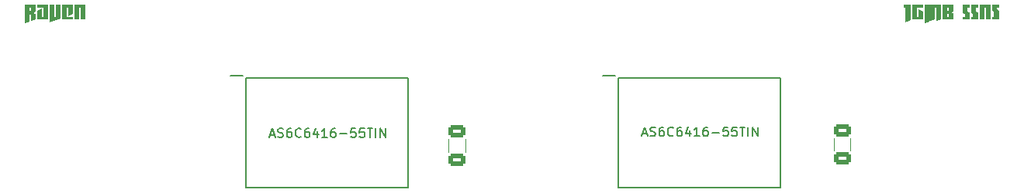
<source format=gto>
G04 #@! TF.GenerationSoftware,KiCad,Pcbnew,7.0.9*
G04 #@! TF.CreationDate,2024-01-22T22:35:46+01:00*
G04 #@! TF.ProjectId,simm72,73696d6d-3732-42e6-9b69-6361645f7063,A*
G04 #@! TF.SameCoordinates,Original*
G04 #@! TF.FileFunction,Legend,Top*
G04 #@! TF.FilePolarity,Positive*
%FSLAX46Y46*%
G04 Gerber Fmt 4.6, Leading zero omitted, Abs format (unit mm)*
G04 Created by KiCad (PCBNEW 7.0.9) date 2024-01-22 22:35:46*
%MOMM*%
%LPD*%
G01*
G04 APERTURE LIST*
G04 Aperture macros list*
%AMRoundRect*
0 Rectangle with rounded corners*
0 $1 Rounding radius*
0 $2 $3 $4 $5 $6 $7 $8 $9 X,Y pos of 4 corners*
0 Add a 4 corners polygon primitive as box body*
4,1,4,$2,$3,$4,$5,$6,$7,$8,$9,$2,$3,0*
0 Add four circle primitives for the rounded corners*
1,1,$1+$1,$2,$3*
1,1,$1+$1,$4,$5*
1,1,$1+$1,$6,$7*
1,1,$1+$1,$8,$9*
0 Add four rect primitives between the rounded corners*
20,1,$1+$1,$2,$3,$4,$5,0*
20,1,$1+$1,$4,$5,$6,$7,0*
20,1,$1+$1,$6,$7,$8,$9,0*
20,1,$1+$1,$8,$9,$2,$3,0*%
G04 Aperture macros list end*
%ADD10C,0.150000*%
%ADD11C,0.200000*%
%ADD12C,0.120000*%
%ADD13R,1.040000X2.540000*%
%ADD14R,1.300000X0.300000*%
%ADD15RoundRect,0.250000X-0.650000X0.412500X-0.650000X-0.412500X0.650000X-0.412500X0.650000X0.412500X0*%
G04 APERTURE END LIST*
D10*
G36*
X147843220Y-86173436D02*
G01*
X147843220Y-84577554D01*
X147633660Y-84577554D01*
X147633660Y-84269319D01*
X148389103Y-84269319D01*
X148389103Y-85977554D01*
X147843220Y-86173436D01*
G37*
G36*
X149734392Y-84998140D02*
G01*
X149734392Y-85895000D01*
X148562027Y-85895000D01*
X148562027Y-84269319D01*
X149738056Y-84269319D01*
X149738056Y-84577554D01*
X149065411Y-84577554D01*
X149065411Y-85586765D01*
X149230275Y-85586765D01*
X149230275Y-84773925D01*
X149734392Y-84998140D01*
G37*
G36*
X149904385Y-86313632D02*
G01*
X149904385Y-84269319D01*
X151745000Y-84269319D01*
X151745000Y-85893534D01*
X151240882Y-86061573D01*
X151240882Y-84577554D01*
X151076751Y-84577554D01*
X151076751Y-85893534D01*
X150572634Y-86061573D01*
X150572634Y-84577554D01*
X150407770Y-84577554D01*
X150407770Y-86117749D01*
X149904385Y-86313632D01*
G37*
G36*
X153090289Y-84969808D02*
G01*
X152796465Y-85082159D01*
X153090289Y-85194511D01*
X153090289Y-85895000D01*
X151917923Y-85895000D01*
X151917923Y-85222355D01*
X152421308Y-85222355D01*
X152421308Y-85586765D01*
X152586172Y-85586765D01*
X152586172Y-85278531D01*
X152421308Y-85222355D01*
X151917923Y-85222355D01*
X151917923Y-84577554D01*
X152421308Y-84577554D01*
X152421308Y-84941964D01*
X152586172Y-84885788D01*
X152586172Y-84577554D01*
X152421308Y-84577554D01*
X151917923Y-84577554D01*
X151917923Y-84269319D01*
X153090289Y-84269319D01*
X153090289Y-84969808D01*
G37*
G36*
X154601908Y-84577554D02*
G01*
X154601908Y-84998140D01*
X154853967Y-85110003D01*
X154853967Y-85895000D01*
X154088998Y-85895000D01*
X154088998Y-85586765D01*
X154308084Y-85586765D01*
X154308084Y-85250198D01*
X154098524Y-85138335D01*
X154098524Y-84269319D01*
X154853967Y-84269319D01*
X154853967Y-84577554D01*
X154601908Y-84577554D01*
G37*
G36*
X155525146Y-84577554D02*
G01*
X155525146Y-84998140D01*
X155777205Y-85110003D01*
X155777205Y-85895000D01*
X155012236Y-85895000D01*
X155012236Y-85586765D01*
X155231322Y-85586765D01*
X155231322Y-85250198D01*
X155021762Y-85138335D01*
X155021762Y-84269319D01*
X155777205Y-84269319D01*
X155777205Y-84577554D01*
X155525146Y-84577554D01*
G37*
G36*
X157117365Y-85893534D02*
G01*
X156613248Y-85893534D01*
X156613248Y-84577554D01*
X156448384Y-84577554D01*
X156448384Y-85893534D01*
X155945000Y-85893534D01*
X155945000Y-84269319D01*
X157117365Y-84269319D01*
X157117365Y-85893534D01*
G37*
G36*
X157790743Y-84577554D02*
G01*
X157790743Y-84773925D01*
X158042801Y-84941964D01*
X158042801Y-85895000D01*
X157277833Y-85895000D01*
X157277833Y-85586765D01*
X157496919Y-85586765D01*
X157496919Y-85025983D01*
X157287358Y-84885788D01*
X157287358Y-84269319D01*
X158042801Y-84269319D01*
X158042801Y-84577554D01*
X157790743Y-84577554D01*
G37*
X119132160Y-98392104D02*
X119608350Y-98392104D01*
X119036922Y-98677819D02*
X119370255Y-97677819D01*
X119370255Y-97677819D02*
X119703588Y-98677819D01*
X119989303Y-98630200D02*
X120132160Y-98677819D01*
X120132160Y-98677819D02*
X120370255Y-98677819D01*
X120370255Y-98677819D02*
X120465493Y-98630200D01*
X120465493Y-98630200D02*
X120513112Y-98582580D01*
X120513112Y-98582580D02*
X120560731Y-98487342D01*
X120560731Y-98487342D02*
X120560731Y-98392104D01*
X120560731Y-98392104D02*
X120513112Y-98296866D01*
X120513112Y-98296866D02*
X120465493Y-98249247D01*
X120465493Y-98249247D02*
X120370255Y-98201628D01*
X120370255Y-98201628D02*
X120179779Y-98154009D01*
X120179779Y-98154009D02*
X120084541Y-98106390D01*
X120084541Y-98106390D02*
X120036922Y-98058771D01*
X120036922Y-98058771D02*
X119989303Y-97963533D01*
X119989303Y-97963533D02*
X119989303Y-97868295D01*
X119989303Y-97868295D02*
X120036922Y-97773057D01*
X120036922Y-97773057D02*
X120084541Y-97725438D01*
X120084541Y-97725438D02*
X120179779Y-97677819D01*
X120179779Y-97677819D02*
X120417874Y-97677819D01*
X120417874Y-97677819D02*
X120560731Y-97725438D01*
X121417874Y-97677819D02*
X121227398Y-97677819D01*
X121227398Y-97677819D02*
X121132160Y-97725438D01*
X121132160Y-97725438D02*
X121084541Y-97773057D01*
X121084541Y-97773057D02*
X120989303Y-97915914D01*
X120989303Y-97915914D02*
X120941684Y-98106390D01*
X120941684Y-98106390D02*
X120941684Y-98487342D01*
X120941684Y-98487342D02*
X120989303Y-98582580D01*
X120989303Y-98582580D02*
X121036922Y-98630200D01*
X121036922Y-98630200D02*
X121132160Y-98677819D01*
X121132160Y-98677819D02*
X121322636Y-98677819D01*
X121322636Y-98677819D02*
X121417874Y-98630200D01*
X121417874Y-98630200D02*
X121465493Y-98582580D01*
X121465493Y-98582580D02*
X121513112Y-98487342D01*
X121513112Y-98487342D02*
X121513112Y-98249247D01*
X121513112Y-98249247D02*
X121465493Y-98154009D01*
X121465493Y-98154009D02*
X121417874Y-98106390D01*
X121417874Y-98106390D02*
X121322636Y-98058771D01*
X121322636Y-98058771D02*
X121132160Y-98058771D01*
X121132160Y-98058771D02*
X121036922Y-98106390D01*
X121036922Y-98106390D02*
X120989303Y-98154009D01*
X120989303Y-98154009D02*
X120941684Y-98249247D01*
X122513112Y-98582580D02*
X122465493Y-98630200D01*
X122465493Y-98630200D02*
X122322636Y-98677819D01*
X122322636Y-98677819D02*
X122227398Y-98677819D01*
X122227398Y-98677819D02*
X122084541Y-98630200D01*
X122084541Y-98630200D02*
X121989303Y-98534961D01*
X121989303Y-98534961D02*
X121941684Y-98439723D01*
X121941684Y-98439723D02*
X121894065Y-98249247D01*
X121894065Y-98249247D02*
X121894065Y-98106390D01*
X121894065Y-98106390D02*
X121941684Y-97915914D01*
X121941684Y-97915914D02*
X121989303Y-97820676D01*
X121989303Y-97820676D02*
X122084541Y-97725438D01*
X122084541Y-97725438D02*
X122227398Y-97677819D01*
X122227398Y-97677819D02*
X122322636Y-97677819D01*
X122322636Y-97677819D02*
X122465493Y-97725438D01*
X122465493Y-97725438D02*
X122513112Y-97773057D01*
X123370255Y-97677819D02*
X123179779Y-97677819D01*
X123179779Y-97677819D02*
X123084541Y-97725438D01*
X123084541Y-97725438D02*
X123036922Y-97773057D01*
X123036922Y-97773057D02*
X122941684Y-97915914D01*
X122941684Y-97915914D02*
X122894065Y-98106390D01*
X122894065Y-98106390D02*
X122894065Y-98487342D01*
X122894065Y-98487342D02*
X122941684Y-98582580D01*
X122941684Y-98582580D02*
X122989303Y-98630200D01*
X122989303Y-98630200D02*
X123084541Y-98677819D01*
X123084541Y-98677819D02*
X123275017Y-98677819D01*
X123275017Y-98677819D02*
X123370255Y-98630200D01*
X123370255Y-98630200D02*
X123417874Y-98582580D01*
X123417874Y-98582580D02*
X123465493Y-98487342D01*
X123465493Y-98487342D02*
X123465493Y-98249247D01*
X123465493Y-98249247D02*
X123417874Y-98154009D01*
X123417874Y-98154009D02*
X123370255Y-98106390D01*
X123370255Y-98106390D02*
X123275017Y-98058771D01*
X123275017Y-98058771D02*
X123084541Y-98058771D01*
X123084541Y-98058771D02*
X122989303Y-98106390D01*
X122989303Y-98106390D02*
X122941684Y-98154009D01*
X122941684Y-98154009D02*
X122894065Y-98249247D01*
X124322636Y-98011152D02*
X124322636Y-98677819D01*
X124084541Y-97630200D02*
X123846446Y-98344485D01*
X123846446Y-98344485D02*
X124465493Y-98344485D01*
X125370255Y-98677819D02*
X124798827Y-98677819D01*
X125084541Y-98677819D02*
X125084541Y-97677819D01*
X125084541Y-97677819D02*
X124989303Y-97820676D01*
X124989303Y-97820676D02*
X124894065Y-97915914D01*
X124894065Y-97915914D02*
X124798827Y-97963533D01*
X126227398Y-97677819D02*
X126036922Y-97677819D01*
X126036922Y-97677819D02*
X125941684Y-97725438D01*
X125941684Y-97725438D02*
X125894065Y-97773057D01*
X125894065Y-97773057D02*
X125798827Y-97915914D01*
X125798827Y-97915914D02*
X125751208Y-98106390D01*
X125751208Y-98106390D02*
X125751208Y-98487342D01*
X125751208Y-98487342D02*
X125798827Y-98582580D01*
X125798827Y-98582580D02*
X125846446Y-98630200D01*
X125846446Y-98630200D02*
X125941684Y-98677819D01*
X125941684Y-98677819D02*
X126132160Y-98677819D01*
X126132160Y-98677819D02*
X126227398Y-98630200D01*
X126227398Y-98630200D02*
X126275017Y-98582580D01*
X126275017Y-98582580D02*
X126322636Y-98487342D01*
X126322636Y-98487342D02*
X126322636Y-98249247D01*
X126322636Y-98249247D02*
X126275017Y-98154009D01*
X126275017Y-98154009D02*
X126227398Y-98106390D01*
X126227398Y-98106390D02*
X126132160Y-98058771D01*
X126132160Y-98058771D02*
X125941684Y-98058771D01*
X125941684Y-98058771D02*
X125846446Y-98106390D01*
X125846446Y-98106390D02*
X125798827Y-98154009D01*
X125798827Y-98154009D02*
X125751208Y-98249247D01*
X126751208Y-98296866D02*
X127513113Y-98296866D01*
X128465493Y-97677819D02*
X127989303Y-97677819D01*
X127989303Y-97677819D02*
X127941684Y-98154009D01*
X127941684Y-98154009D02*
X127989303Y-98106390D01*
X127989303Y-98106390D02*
X128084541Y-98058771D01*
X128084541Y-98058771D02*
X128322636Y-98058771D01*
X128322636Y-98058771D02*
X128417874Y-98106390D01*
X128417874Y-98106390D02*
X128465493Y-98154009D01*
X128465493Y-98154009D02*
X128513112Y-98249247D01*
X128513112Y-98249247D02*
X128513112Y-98487342D01*
X128513112Y-98487342D02*
X128465493Y-98582580D01*
X128465493Y-98582580D02*
X128417874Y-98630200D01*
X128417874Y-98630200D02*
X128322636Y-98677819D01*
X128322636Y-98677819D02*
X128084541Y-98677819D01*
X128084541Y-98677819D02*
X127989303Y-98630200D01*
X127989303Y-98630200D02*
X127941684Y-98582580D01*
X129417874Y-97677819D02*
X128941684Y-97677819D01*
X128941684Y-97677819D02*
X128894065Y-98154009D01*
X128894065Y-98154009D02*
X128941684Y-98106390D01*
X128941684Y-98106390D02*
X129036922Y-98058771D01*
X129036922Y-98058771D02*
X129275017Y-98058771D01*
X129275017Y-98058771D02*
X129370255Y-98106390D01*
X129370255Y-98106390D02*
X129417874Y-98154009D01*
X129417874Y-98154009D02*
X129465493Y-98249247D01*
X129465493Y-98249247D02*
X129465493Y-98487342D01*
X129465493Y-98487342D02*
X129417874Y-98582580D01*
X129417874Y-98582580D02*
X129370255Y-98630200D01*
X129370255Y-98630200D02*
X129275017Y-98677819D01*
X129275017Y-98677819D02*
X129036922Y-98677819D01*
X129036922Y-98677819D02*
X128941684Y-98630200D01*
X128941684Y-98630200D02*
X128894065Y-98582580D01*
X129751208Y-97677819D02*
X130322636Y-97677819D01*
X130036922Y-98677819D02*
X130036922Y-97677819D01*
X130655970Y-98677819D02*
X130655970Y-97677819D01*
X131132160Y-98677819D02*
X131132160Y-97677819D01*
X131132160Y-97677819D02*
X131703588Y-98677819D01*
X131703588Y-98677819D02*
X131703588Y-97677819D01*
X78492160Y-98519104D02*
X78968350Y-98519104D01*
X78396922Y-98804819D02*
X78730255Y-97804819D01*
X78730255Y-97804819D02*
X79063588Y-98804819D01*
X79349303Y-98757200D02*
X79492160Y-98804819D01*
X79492160Y-98804819D02*
X79730255Y-98804819D01*
X79730255Y-98804819D02*
X79825493Y-98757200D01*
X79825493Y-98757200D02*
X79873112Y-98709580D01*
X79873112Y-98709580D02*
X79920731Y-98614342D01*
X79920731Y-98614342D02*
X79920731Y-98519104D01*
X79920731Y-98519104D02*
X79873112Y-98423866D01*
X79873112Y-98423866D02*
X79825493Y-98376247D01*
X79825493Y-98376247D02*
X79730255Y-98328628D01*
X79730255Y-98328628D02*
X79539779Y-98281009D01*
X79539779Y-98281009D02*
X79444541Y-98233390D01*
X79444541Y-98233390D02*
X79396922Y-98185771D01*
X79396922Y-98185771D02*
X79349303Y-98090533D01*
X79349303Y-98090533D02*
X79349303Y-97995295D01*
X79349303Y-97995295D02*
X79396922Y-97900057D01*
X79396922Y-97900057D02*
X79444541Y-97852438D01*
X79444541Y-97852438D02*
X79539779Y-97804819D01*
X79539779Y-97804819D02*
X79777874Y-97804819D01*
X79777874Y-97804819D02*
X79920731Y-97852438D01*
X80777874Y-97804819D02*
X80587398Y-97804819D01*
X80587398Y-97804819D02*
X80492160Y-97852438D01*
X80492160Y-97852438D02*
X80444541Y-97900057D01*
X80444541Y-97900057D02*
X80349303Y-98042914D01*
X80349303Y-98042914D02*
X80301684Y-98233390D01*
X80301684Y-98233390D02*
X80301684Y-98614342D01*
X80301684Y-98614342D02*
X80349303Y-98709580D01*
X80349303Y-98709580D02*
X80396922Y-98757200D01*
X80396922Y-98757200D02*
X80492160Y-98804819D01*
X80492160Y-98804819D02*
X80682636Y-98804819D01*
X80682636Y-98804819D02*
X80777874Y-98757200D01*
X80777874Y-98757200D02*
X80825493Y-98709580D01*
X80825493Y-98709580D02*
X80873112Y-98614342D01*
X80873112Y-98614342D02*
X80873112Y-98376247D01*
X80873112Y-98376247D02*
X80825493Y-98281009D01*
X80825493Y-98281009D02*
X80777874Y-98233390D01*
X80777874Y-98233390D02*
X80682636Y-98185771D01*
X80682636Y-98185771D02*
X80492160Y-98185771D01*
X80492160Y-98185771D02*
X80396922Y-98233390D01*
X80396922Y-98233390D02*
X80349303Y-98281009D01*
X80349303Y-98281009D02*
X80301684Y-98376247D01*
X81873112Y-98709580D02*
X81825493Y-98757200D01*
X81825493Y-98757200D02*
X81682636Y-98804819D01*
X81682636Y-98804819D02*
X81587398Y-98804819D01*
X81587398Y-98804819D02*
X81444541Y-98757200D01*
X81444541Y-98757200D02*
X81349303Y-98661961D01*
X81349303Y-98661961D02*
X81301684Y-98566723D01*
X81301684Y-98566723D02*
X81254065Y-98376247D01*
X81254065Y-98376247D02*
X81254065Y-98233390D01*
X81254065Y-98233390D02*
X81301684Y-98042914D01*
X81301684Y-98042914D02*
X81349303Y-97947676D01*
X81349303Y-97947676D02*
X81444541Y-97852438D01*
X81444541Y-97852438D02*
X81587398Y-97804819D01*
X81587398Y-97804819D02*
X81682636Y-97804819D01*
X81682636Y-97804819D02*
X81825493Y-97852438D01*
X81825493Y-97852438D02*
X81873112Y-97900057D01*
X82730255Y-97804819D02*
X82539779Y-97804819D01*
X82539779Y-97804819D02*
X82444541Y-97852438D01*
X82444541Y-97852438D02*
X82396922Y-97900057D01*
X82396922Y-97900057D02*
X82301684Y-98042914D01*
X82301684Y-98042914D02*
X82254065Y-98233390D01*
X82254065Y-98233390D02*
X82254065Y-98614342D01*
X82254065Y-98614342D02*
X82301684Y-98709580D01*
X82301684Y-98709580D02*
X82349303Y-98757200D01*
X82349303Y-98757200D02*
X82444541Y-98804819D01*
X82444541Y-98804819D02*
X82635017Y-98804819D01*
X82635017Y-98804819D02*
X82730255Y-98757200D01*
X82730255Y-98757200D02*
X82777874Y-98709580D01*
X82777874Y-98709580D02*
X82825493Y-98614342D01*
X82825493Y-98614342D02*
X82825493Y-98376247D01*
X82825493Y-98376247D02*
X82777874Y-98281009D01*
X82777874Y-98281009D02*
X82730255Y-98233390D01*
X82730255Y-98233390D02*
X82635017Y-98185771D01*
X82635017Y-98185771D02*
X82444541Y-98185771D01*
X82444541Y-98185771D02*
X82349303Y-98233390D01*
X82349303Y-98233390D02*
X82301684Y-98281009D01*
X82301684Y-98281009D02*
X82254065Y-98376247D01*
X83682636Y-98138152D02*
X83682636Y-98804819D01*
X83444541Y-97757200D02*
X83206446Y-98471485D01*
X83206446Y-98471485D02*
X83825493Y-98471485D01*
X84730255Y-98804819D02*
X84158827Y-98804819D01*
X84444541Y-98804819D02*
X84444541Y-97804819D01*
X84444541Y-97804819D02*
X84349303Y-97947676D01*
X84349303Y-97947676D02*
X84254065Y-98042914D01*
X84254065Y-98042914D02*
X84158827Y-98090533D01*
X85587398Y-97804819D02*
X85396922Y-97804819D01*
X85396922Y-97804819D02*
X85301684Y-97852438D01*
X85301684Y-97852438D02*
X85254065Y-97900057D01*
X85254065Y-97900057D02*
X85158827Y-98042914D01*
X85158827Y-98042914D02*
X85111208Y-98233390D01*
X85111208Y-98233390D02*
X85111208Y-98614342D01*
X85111208Y-98614342D02*
X85158827Y-98709580D01*
X85158827Y-98709580D02*
X85206446Y-98757200D01*
X85206446Y-98757200D02*
X85301684Y-98804819D01*
X85301684Y-98804819D02*
X85492160Y-98804819D01*
X85492160Y-98804819D02*
X85587398Y-98757200D01*
X85587398Y-98757200D02*
X85635017Y-98709580D01*
X85635017Y-98709580D02*
X85682636Y-98614342D01*
X85682636Y-98614342D02*
X85682636Y-98376247D01*
X85682636Y-98376247D02*
X85635017Y-98281009D01*
X85635017Y-98281009D02*
X85587398Y-98233390D01*
X85587398Y-98233390D02*
X85492160Y-98185771D01*
X85492160Y-98185771D02*
X85301684Y-98185771D01*
X85301684Y-98185771D02*
X85206446Y-98233390D01*
X85206446Y-98233390D02*
X85158827Y-98281009D01*
X85158827Y-98281009D02*
X85111208Y-98376247D01*
X86111208Y-98423866D02*
X86873113Y-98423866D01*
X87825493Y-97804819D02*
X87349303Y-97804819D01*
X87349303Y-97804819D02*
X87301684Y-98281009D01*
X87301684Y-98281009D02*
X87349303Y-98233390D01*
X87349303Y-98233390D02*
X87444541Y-98185771D01*
X87444541Y-98185771D02*
X87682636Y-98185771D01*
X87682636Y-98185771D02*
X87777874Y-98233390D01*
X87777874Y-98233390D02*
X87825493Y-98281009D01*
X87825493Y-98281009D02*
X87873112Y-98376247D01*
X87873112Y-98376247D02*
X87873112Y-98614342D01*
X87873112Y-98614342D02*
X87825493Y-98709580D01*
X87825493Y-98709580D02*
X87777874Y-98757200D01*
X87777874Y-98757200D02*
X87682636Y-98804819D01*
X87682636Y-98804819D02*
X87444541Y-98804819D01*
X87444541Y-98804819D02*
X87349303Y-98757200D01*
X87349303Y-98757200D02*
X87301684Y-98709580D01*
X88777874Y-97804819D02*
X88301684Y-97804819D01*
X88301684Y-97804819D02*
X88254065Y-98281009D01*
X88254065Y-98281009D02*
X88301684Y-98233390D01*
X88301684Y-98233390D02*
X88396922Y-98185771D01*
X88396922Y-98185771D02*
X88635017Y-98185771D01*
X88635017Y-98185771D02*
X88730255Y-98233390D01*
X88730255Y-98233390D02*
X88777874Y-98281009D01*
X88777874Y-98281009D02*
X88825493Y-98376247D01*
X88825493Y-98376247D02*
X88825493Y-98614342D01*
X88825493Y-98614342D02*
X88777874Y-98709580D01*
X88777874Y-98709580D02*
X88730255Y-98757200D01*
X88730255Y-98757200D02*
X88635017Y-98804819D01*
X88635017Y-98804819D02*
X88396922Y-98804819D01*
X88396922Y-98804819D02*
X88301684Y-98757200D01*
X88301684Y-98757200D02*
X88254065Y-98709580D01*
X89111208Y-97804819D02*
X89682636Y-97804819D01*
X89396922Y-98804819D02*
X89396922Y-97804819D01*
X90015970Y-98804819D02*
X90015970Y-97804819D01*
X90492160Y-98804819D02*
X90492160Y-97804819D01*
X90492160Y-97804819D02*
X91063588Y-98804819D01*
X91063588Y-98804819D02*
X91063588Y-97804819D01*
G36*
X52926154Y-85025495D02*
G01*
X52632330Y-85137358D01*
X52926154Y-85249710D01*
X52926154Y-85893534D01*
X52422037Y-86061573D01*
X52422037Y-85389417D01*
X52257173Y-85333729D01*
X52257173Y-86117749D01*
X51753789Y-86313632D01*
X51753789Y-84577554D01*
X52257173Y-84577554D01*
X52257173Y-84941475D01*
X52422037Y-84885300D01*
X52422037Y-84577554D01*
X52257173Y-84577554D01*
X51753789Y-84577554D01*
X51753789Y-84269319D01*
X52926154Y-84269319D01*
X52926154Y-85025495D01*
G37*
G36*
X53096147Y-84885788D02*
G01*
X53599532Y-84689905D01*
X53599532Y-85586765D01*
X53764396Y-85586765D01*
X53764396Y-84577554D01*
X53092484Y-84577554D01*
X53092484Y-84269319D01*
X54268513Y-84269319D01*
X54268513Y-85895000D01*
X53096147Y-85895000D01*
X53096147Y-84885788D01*
G37*
G36*
X54438506Y-84270785D02*
G01*
X54941891Y-84270785D01*
X54941891Y-85642941D01*
X55106755Y-85586765D01*
X55106755Y-84270785D01*
X55610872Y-84270785D01*
X55610872Y-85754804D01*
X54438506Y-86174902D01*
X54438506Y-84270785D01*
G37*
G36*
X56953230Y-85278531D02*
G01*
X56449113Y-85502745D01*
X56449113Y-84577554D01*
X56284249Y-84577554D01*
X56284249Y-85586765D01*
X56956894Y-85586765D01*
X56956894Y-85895000D01*
X55780865Y-85895000D01*
X55780865Y-84269319D01*
X56953230Y-84269319D01*
X56953230Y-85278531D01*
G37*
G36*
X58295589Y-85893534D02*
G01*
X57791472Y-85893534D01*
X57791472Y-84577554D01*
X57626608Y-84577554D01*
X57626608Y-85893534D01*
X57123224Y-85893534D01*
X57123224Y-84269319D01*
X58295589Y-84269319D01*
X58295589Y-85893534D01*
G37*
D11*
X74180000Y-92050000D02*
X75480000Y-92050000D01*
X75830000Y-92300000D02*
X93530000Y-92300000D01*
X75830000Y-104300000D02*
X75830000Y-92300000D01*
X93530000Y-92300000D02*
X93530000Y-104300000D01*
X93530000Y-104300000D02*
X75830000Y-104300000D01*
D12*
X141851000Y-98858748D02*
X141851000Y-100281252D01*
X140031000Y-98858748D02*
X140031000Y-100281252D01*
D11*
X114820000Y-92050000D02*
X116120000Y-92050000D01*
X116470000Y-92300000D02*
X134170000Y-92300000D01*
X116470000Y-104300000D02*
X116470000Y-92300000D01*
X134170000Y-92300000D02*
X134170000Y-104300000D01*
X134170000Y-104300000D02*
X116470000Y-104300000D01*
D12*
X99814000Y-98985748D02*
X99814000Y-100408252D01*
X97994000Y-98985748D02*
X97994000Y-100408252D01*
%LPC*%
D13*
X57375000Y-113921000D03*
X58645000Y-113921000D03*
X59915000Y-113921000D03*
X61185000Y-113921000D03*
X62455000Y-113921000D03*
X63725000Y-113921000D03*
X64995000Y-113921000D03*
X66265000Y-113921000D03*
X67535000Y-113921000D03*
X68805000Y-113921000D03*
X70075000Y-113921000D03*
X71345000Y-113921000D03*
X72615000Y-113921000D03*
X73885000Y-113921000D03*
X75155000Y-113921000D03*
X76425000Y-113921000D03*
X77695000Y-113921000D03*
X78965000Y-113921000D03*
X80235000Y-113921000D03*
X81505000Y-113921000D03*
X82775000Y-113921000D03*
X84045000Y-113921000D03*
X85315000Y-113921000D03*
X86585000Y-113921000D03*
X87855000Y-113921000D03*
X89125000Y-113921000D03*
X90395000Y-113921000D03*
X91665000Y-113921000D03*
X92935000Y-113921000D03*
X94205000Y-113921000D03*
X95475000Y-113921000D03*
X96745000Y-113921000D03*
X98015000Y-113921000D03*
X99285000Y-113921000D03*
X100555000Y-113921000D03*
X101825000Y-113921000D03*
X108175000Y-113921000D03*
X109445000Y-113921000D03*
X110715000Y-113921000D03*
X111985000Y-113921000D03*
X113255000Y-113921000D03*
X114525000Y-113921000D03*
X115795000Y-113921000D03*
X117065000Y-113921000D03*
X118335000Y-113921000D03*
X119605000Y-113921000D03*
X120875000Y-113921000D03*
X122145000Y-113921000D03*
X123415000Y-113921000D03*
X124685000Y-113921000D03*
X125955000Y-113921000D03*
X127225000Y-113921000D03*
X128495000Y-113921000D03*
X129765000Y-113921000D03*
X131035000Y-113921000D03*
X132305000Y-113921000D03*
X133575000Y-113921000D03*
X134845000Y-113921000D03*
X136115000Y-113921000D03*
X137385000Y-113921000D03*
X138655000Y-113921000D03*
X139925000Y-113921000D03*
X141195000Y-113921000D03*
X142465000Y-113921000D03*
X143735000Y-113921000D03*
X145005000Y-113921000D03*
X146275000Y-113921000D03*
X147545000Y-113921000D03*
X148815000Y-113921000D03*
X150085000Y-113921000D03*
X151355000Y-113921000D03*
X152625000Y-113921000D03*
D14*
X74830000Y-92550000D03*
X74830000Y-93050000D03*
X74830000Y-93550000D03*
X74830000Y-94050000D03*
X74830000Y-94550000D03*
X74830000Y-95050000D03*
X74830000Y-95550000D03*
X74830000Y-96050000D03*
X74830000Y-96550000D03*
X74830000Y-97050000D03*
X74830000Y-97550000D03*
X74830000Y-98050000D03*
X74830000Y-98550000D03*
X74830000Y-99050000D03*
X74830000Y-99550000D03*
X74830000Y-100050000D03*
X74830000Y-100550000D03*
X74830000Y-101050000D03*
X74830000Y-101550000D03*
X74830000Y-102050000D03*
X74830000Y-102550000D03*
X74830000Y-103050000D03*
X74830000Y-103550000D03*
X74830000Y-104050000D03*
X94530000Y-104050000D03*
X94530000Y-103550000D03*
X94530000Y-103050000D03*
X94530000Y-102550000D03*
X94530000Y-102050000D03*
X94530000Y-101550000D03*
X94530000Y-101050000D03*
X94530000Y-100550000D03*
X94530000Y-100050000D03*
X94530000Y-99550000D03*
X94530000Y-99050000D03*
X94530000Y-98550000D03*
X94530000Y-98050000D03*
X94530000Y-97550000D03*
X94530000Y-97050000D03*
X94530000Y-96550000D03*
X94530000Y-96050000D03*
X94530000Y-95550000D03*
X94530000Y-95050000D03*
X94530000Y-94550000D03*
X94530000Y-94050000D03*
X94530000Y-93550000D03*
X94530000Y-93050000D03*
X94530000Y-92550000D03*
D15*
X140941000Y-98007500D03*
X140941000Y-101132500D03*
D14*
X115470000Y-92550000D03*
X115470000Y-93050000D03*
X115470000Y-93550000D03*
X115470000Y-94050000D03*
X115470000Y-94550000D03*
X115470000Y-95050000D03*
X115470000Y-95550000D03*
X115470000Y-96050000D03*
X115470000Y-96550000D03*
X115470000Y-97050000D03*
X115470000Y-97550000D03*
X115470000Y-98050000D03*
X115470000Y-98550000D03*
X115470000Y-99050000D03*
X115470000Y-99550000D03*
X115470000Y-100050000D03*
X115470000Y-100550000D03*
X115470000Y-101050000D03*
X115470000Y-101550000D03*
X115470000Y-102050000D03*
X115470000Y-102550000D03*
X115470000Y-103050000D03*
X115470000Y-103550000D03*
X115470000Y-104050000D03*
X135170000Y-104050000D03*
X135170000Y-103550000D03*
X135170000Y-103050000D03*
X135170000Y-102550000D03*
X135170000Y-102050000D03*
X135170000Y-101550000D03*
X135170000Y-101050000D03*
X135170000Y-100550000D03*
X135170000Y-100050000D03*
X135170000Y-99550000D03*
X135170000Y-99050000D03*
X135170000Y-98550000D03*
X135170000Y-98050000D03*
X135170000Y-97550000D03*
X135170000Y-97050000D03*
X135170000Y-96550000D03*
X135170000Y-96050000D03*
X135170000Y-95550000D03*
X135170000Y-95050000D03*
X135170000Y-94550000D03*
X135170000Y-94050000D03*
X135170000Y-93550000D03*
X135170000Y-93050000D03*
X135170000Y-92550000D03*
D15*
X98904000Y-98134500D03*
X98904000Y-101259500D03*
G36*
X102530039Y-112391285D02*
G01*
X102575794Y-112444089D01*
X102587000Y-112495600D01*
X102587000Y-115321000D01*
X102567315Y-115388039D01*
X102514511Y-115433794D01*
X102463000Y-115445000D01*
X56737000Y-115445000D01*
X56669961Y-115425315D01*
X56624206Y-115372511D01*
X56613000Y-115321000D01*
X56613000Y-112495600D01*
X56632685Y-112428561D01*
X56685489Y-112382806D01*
X56737000Y-112371600D01*
X102463000Y-112371600D01*
X102530039Y-112391285D01*
G37*
G36*
X153330039Y-112391285D02*
G01*
X153375794Y-112444089D01*
X153387000Y-112495600D01*
X153387000Y-115321000D01*
X153367315Y-115388039D01*
X153314511Y-115433794D01*
X153263000Y-115445000D01*
X107537000Y-115445000D01*
X107469961Y-115425315D01*
X107424206Y-115372511D01*
X107413000Y-115321000D01*
X107413000Y-112495600D01*
X107432685Y-112428561D01*
X107485489Y-112382806D01*
X107537000Y-112371600D01*
X153263000Y-112371600D01*
X153330039Y-112391285D01*
G37*
%LPD*%
M02*

</source>
